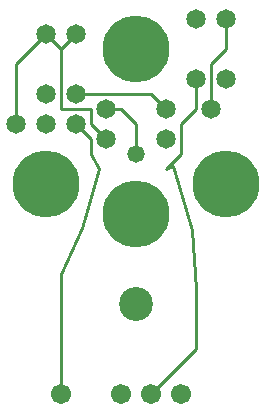
<source format=gtl>
%MOIN*%
%FSLAX25Y25*%
G04 D10 used for Character Trace; *
G04     Circle (OD=.01000) (No hole)*
G04 D11 used for Power Trace; *
G04     Circle (OD=.06700) (No hole)*
G04 D12 used for Signal Trace; *
G04     Circle (OD=.01100) (No hole)*
G04 D13 used for Via; *
G04     Circle (OD=.05800) (Round. Hole ID=.02800)*
G04 D14 used for Component hole; *
G04     Circle (OD=.06500) (Round. Hole ID=.03500)*
G04 D15 used for Component hole; *
G04     Circle (OD=.06700) (Round. Hole ID=.04300)*
G04 D16 used for Component hole; *
G04     Circle (OD=.08100) (Round. Hole ID=.05100)*
G04 D17 used for Component hole; *
G04     Circle (OD=.08900) (Round. Hole ID=.05900)*
G04 D18 used for Component hole; *
G04     Circle (OD=.11300) (Round. Hole ID=.08300)*
G04 D19 used for Component hole; *
G04     Circle (OD=.16000) (Round. Hole ID=.13000)*
G04 D20 used for Component hole; *
G04     Circle (OD=.18300) (Round. Hole ID=.15300)*
G04 D21 used for Component hole; *
G04     Circle (OD=.22291) (Round. Hole ID=.19291)*
%ADD10C,.01000*%
%ADD11C,.06700*%
%ADD12C,.01100*%
%ADD13C,.05800*%
%ADD14C,.06500*%
%ADD15C,.06700*%
%ADD16C,.08100*%
%ADD17C,.08900*%
%ADD18C,.11300*%
%ADD19C,.16000*%
%ADD20C,.18300*%
%ADD21C,.22291*%
%IPPOS*%
%LPD*%
G90*X0Y0D02*D15*X20000Y10000D03*D12*Y50000D01*D18*
X45000Y40000D03*D21*Y70000D03*X15000Y80000D03*D12*
X55000Y85000D02*X60000Y90000D01*Y100000D01*       
X65000Y105000D01*Y115000D01*D14*D03*D12*          
X70000Y105000D02*Y120000D01*D14*Y105000D03*       
X75000Y115000D03*D12*X70000Y120000D02*            
X75000Y125000D01*Y135000D01*D14*D03*X65000D03*D12*
X55000Y105000D02*X50000Y110000D01*D14*            
X55000Y105000D03*D12*X25000Y110000D02*X50000D01*  
D14*X25000D03*D12*X30000Y100000D02*Y105000D01*    
X35000Y95000D02*X30000Y100000D01*D14*             
X35000Y95000D03*D12*X30000Y90000D02*Y95000D01*    
X25000Y100000D01*D14*D03*D12*X20000Y105000D02*    
X30000D01*X20000D02*Y125000D01*X25000Y130000D01*  
D14*D03*D12*X20000Y125000D02*X15000Y130000D01*D14*
D03*D12*X5000Y120000D01*Y100000D01*D14*D03*       
X15000Y110000D03*Y100000D03*X35000Y105000D03*D12* 
X40000D01*X45000Y100000D01*Y90000D01*D13*D03*D14* 
X55000Y95000D03*D21*X75000Y80000D03*              
X45000Y125000D03*D12*X65000Y25000D02*Y45000D01*   
X50000Y10000D02*X65000Y25000D01*D15*              
X50000Y10000D03*X60000D03*X40000D03*D10*          
X57466Y86000D02*X63533Y64800D01*X55000Y85000D02*  
X57466Y86000D01*X65000Y45000D02*X63533Y64800D01*  
X27016Y65266D02*X32683Y84933D01*X20000Y50000D02*  
X27016Y65266D01*X30000Y90000D02*X32683Y84933D01*  
M02*                                              

</source>
